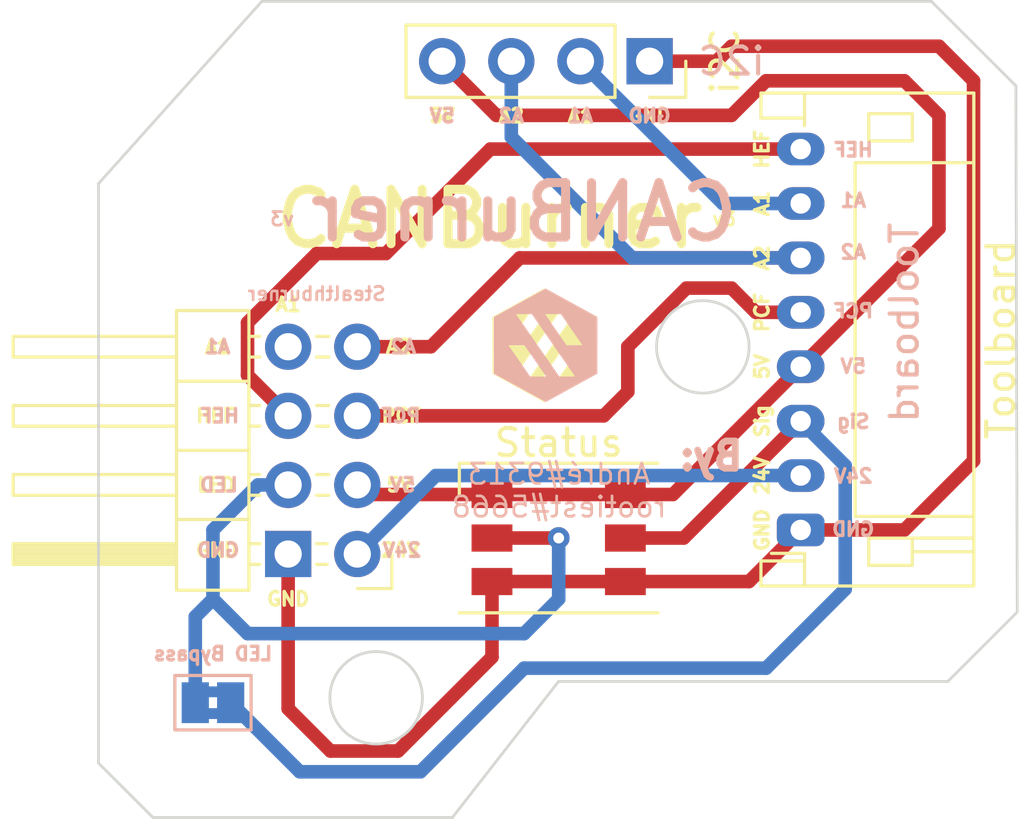
<source format=kicad_pcb>
(kicad_pcb (version 20211014) (generator pcbnew)
  (title_block (title "CanBurner") (date "04.11.2022") (rev "2.0") (comment 2 "rootiest#5668") (comment 3 "André#9313") (comment 4 "By:"))
  (layers (0 "F.Cu" signal) (31 "B.Cu" signal) (34 "B.Paste" user) (35 "F.Paste" user) (36 "B.SilkS" user "B.Silkscreen") (37 "F.SilkS" user "F.Silkscreen") (38 "B.Mask" user) (39 "F.Mask" user) (44 "Edge.Cuts" user))
  (net 0 "")
  (net 1 "/24V")
  (net 2 "/HEF")
  (net 3 "/A1")
  (net 4 "/A2")
  (net 5 "/PCF")
  (net 6 "/Sig")
  (net 7 "/5V")
  (net 8 "/GND")
  (footprint "Connector_PinSocket_2.54mm:PinSocket_1x04_P2.54mm_Vertical" (layer "F.Cu") (at 141.769469 89.450407 -90)
    (fp_text reference "i2C" (at 0 -2.77 -90) (layer "F.SilkS"))
    (fp_text value "i2C Addon" hide)
    (pad "1" thru_hole rect (at 0 0 270) (size 1.7 1.7) (drill 1) (layers *.Cu *.Mask) (net 8 "/GND"))
    (pad "2" thru_hole oval (at 0 2.54 270) (size 1.7 1.7) (drill 1) (layers *.Cu *.Mask) (net 3 "/A1"))
    (pad "3" thru_hole oval (at 0 5.08 270) (size 1.7 1.7) (drill 1) (layers *.Cu *.Mask) (net 4 "/A2"))
    (pad "4" thru_hole oval (at 0 7.62 270) (size 1.7 1.7) (drill 1) (layers *.Cu *.Mask) (net 7 "/5V"))
  )
  (footprint "LED_SMD:LED_WS2812_PLCC6_5.0x5.0mm_P1.6mm" (layer "F.Cu") (at 138.43 106.976814)
    (fp_text reference "Status" (at 0 -3.5) (layer "F.SilkS"))
    (fp_text value "LED_WS2812_PLCC6_5.0x5.0mm_P1.6mm" hide)
    (pad "1" smd rect (at 2.45 -1.6) (size 1.5 1) (layers "F.Cu" "F.Paste" "F.Mask") (net 7 "/5V"))
    (pad "2" smd rect (at 2.45 0) (size 1.5 1) (layers "F.Cu" "F.Paste" "F.Mask") (net 6 "/Sig"))
    (pad "3" smd rect (at 2.45 1.6) (size 1.5 1) (layers "F.Cu" "F.Paste" "F.Mask") (net 8 "/GND"))
    (pad "4" smd rect (at -2.45 1.6) (size 1.5 1) (layers "F.Cu" "F.Paste" "F.Mask") (net 8 "/GND"))
    (pad "5" smd rect (at -2.45 0) (size 1.5 1) (layers "F.Cu" "F.Paste" "F.Mask") (net 6 "/Sig"))
    (pad "6" smd rect (at -2.45 -1.6) (size 1.5 1) (layers "F.Cu" "F.Paste" "F.Mask") (net 7 "/5V"))
  )
  (footprint "LOGO" (layer "F.Cu") (at 125.73 93.98)
    (fp_text reference "G***" hide)
    (fp_text value "LOGO" hide)
  )
  (footprint "Connector_JST:JST_PH_S8B-PH-K_1x08_P2.00mm_Horizontal" (layer "F.Cu") (at 147.32 106.68 90)
    (fp_text reference "Toolboard" (at 7 7.357398 90) (layer "F.SilkS"))
    (fp_text value "JST_PH_S8B-PH-K_1x08_P2.00mm_Horizontal" hide)
    (pad "1" thru_hole roundrect (at 0 0 90) (size 1.2 1.75) (drill 0.75) (layers *.Cu *.Mask) (net 8 "/GND"))
    (pad "2" thru_hole oval (at 2 0 90) (size 1.2 1.75) (drill 0.75) (layers *.Cu *.Mask) (net 1 "/24V"))
    (pad "3" thru_hole oval (at 4 0 90) (size 1.2 1.75) (drill 0.75) (layers *.Cu *.Mask) (net 6 "/Sig"))
    (pad "4" thru_hole oval (at 6 0 90) (size 1.2 1.75) (drill 0.75) (layers *.Cu *.Mask) (net 7 "/5V"))
    (pad "5" thru_hole oval (at 8 0 90) (size 1.2 1.75) (drill 0.75) (layers *.Cu *.Mask) (net 5 "/PCF"))
    (pad "6" thru_hole oval (at 10 0 90) (size 1.2 1.75) (drill 0.75) (layers *.Cu *.Mask) (net 4 "/A2"))
    (pad "7" thru_hole oval (at 12 0 90) (size 1.2 1.75) (drill 0.75) (layers *.Cu *.Mask) (net 3 "/A1"))
    (pad "8" thru_hole oval (at 14 0 90) (size 1.2 1.75) (drill 0.75) (layers *.Cu *.Mask) (net 2 "/HEF"))
  )
  (footprint "Logo:Voron_logo" (layer "F.Cu") (at 137.925 99.85)
    (fp_text reference "G***" hide)
    (fp_text value "LOGO" hide)
  )
  (footprint "Connector_PinHeader_2.54mm:PinHeader_2x04_P2.54mm_Horizontal" (layer "F.Cu") (at 120.411315 99.945026)
    (fp_text reference "Stealthburner" hide)
    (fp_text value "Conn_02x04_Odd_Even" hide)
    (pad "1" thru_hole oval (at 8.08 0 180) (size 1.7 1.7) (drill 1) (layers *.Cu *.Mask) (net 3 "/A1"))
    (pad "2" thru_hole oval (at 10.62 0 180) (size 1.7 1.7) (drill 1) (layers *.Cu *.Mask) (net 4 "/A2"))
    (pad "3" thru_hole oval (at 8.08 2.54 180) (size 1.7 1.7) (drill 1) (layers *.Cu *.Mask) (net 2 "/HEF"))
    (pad "4" thru_hole oval (at 10.62 2.54 180) (size 1.7 1.7) (drill 1) (layers *.Cu *.Mask) (net 5 "/PCF"))
    (pad "5" thru_hole oval (at 8.08 5.08 180) (size 1.7 1.7) (drill 1) (layers *.Cu *.Mask) (net 6 "/Sig"))
    (pad "6" thru_hole oval (at 10.62 5.08 180) (size 1.7 1.7) (drill 1) (layers *.Cu *.Mask) (net 7 "/5V"))
    (pad "7" thru_hole rect (at 8.08 7.62 180) (size 1.7 1.7) (drill 1) (layers *.Cu *.Mask) (net 8 "/GND"))
    (pad "8" thru_hole circle (at 10.62 7.62 180) (size 1.7 1.7) (drill 1) (layers *.Cu *.Mask) (net 1 "/24V"))
  )
  (footprint "Logo:Voron_logo" (layer "B.Cu") (at 137.925 99.85 180)
    (fp_text reference "G***" hide)
    (fp_text value "LOGO" hide)
  )
  (footprint "Jumper:SolderJumper-2_P1.3mm_Bridged2Bar_Pad1.0x1.5mm" (layer "B.Cu") (at 125.73 113.03 180)
    (fp_text reference "LED Bypass" (at 0 1.8) (layer "B.SilkS") (effects (font (size 0.5 0.5)) (justify mirror)))
    (fp_text value "LED Bypass" hide)
    (fp_poly (pts (xy -0.25 -0.2) (xy 0.25 -0.2) (xy 0.25 -0.6) (xy -0.25 -0.6)) (layer "B.Cu") (width 0) (fill solid))
    (fp_poly (pts (xy -0.25 0.6) (xy 0.25 0.6) (xy 0.25 0.2) (xy -0.25 0.2)) (layer "B.Cu") (width 0) (fill solid))
    (pad "1" smd rect (at -0.65 0 180) (size 1 1.5) (layers "B.Cu" "B.Mask") (net 6 "/Sig"))
    (pad "2" smd rect (at 0.65 0 180) (size 1 1.5) (layers "B.Cu" "B.Mask") (net 6 "/Sig"))
  )
  (footprint "LOGO" (layer "B.Cu") (at 128.27 91.44 180)
    (fp_text reference "G***" hide)
    (fp_text value "LOGO" hide)
  )
  (gr_circle (center 131.725 112.85) (end 133.425 112.85) (layer "Edge.Cuts") (width 0.1) (fill none))
  (gr_line (start 123.525 117.25) (end 134.525 117.25) (layer "Edge.Cuts") (width 0.1))
  (gr_line (start 155.275 109.7) (end 152.725 112.25) (layer "Edge.Cuts") (width 0.1))
  (gr_circle (center 143.725 99.95) (end 145.425 99.95) (layer "Edge.Cuts") (width 0.1) (fill none))
  (gr_line (start 152.725 112.25) (end 138.425 112.25) (layer "Edge.Cuts") (width 0.1))
  (gr_line (start 121.525 115.25) (end 121.525 93.95) (layer "Edge.Cuts") (width 0.1))
  (gr_line (start 121.525 93.95) (end 127.525 87.25) (layer "Edge.Cuts") (width 0.1))
  (gr_line (start 155.225 90.35) (end 155.275 109.7) (layer "Edge.Cuts") (width 0.1))
  (gr_line (start 152.125 87.25) (end 155.225 90.35) (layer "Edge.Cuts") (width 0.1))
  (gr_line (start 123.525 117.25) (end 121.525 115.25) (layer "Edge.Cuts") (width 0.1))
  (gr_line (start 127.525 87.25) (end 152.125 87.25) (layer "Edge.Cuts") (width 0.1))
  (gr_line (start 138.425 112.25) (end 134.525 117.25) (layer "Edge.Cuts") (width 0.1))
  (gr_text "24V" (at 132.67381 107.425) (layer "B.SilkS") (effects (font (size 0.5 0.5) (thickness 0.125)) (justify mirror)))
  (gr_text "v3" (at 128.27 95.25) (layer "B.SilkS") (effects (font (size 0.5 0.5) (thickness 0.1)) (justify mirror)))
  (gr_text "HEF" (at 149.25 92.71) (layer "B.SilkS") (effects (font (size 0.5 0.5) (thickness 0.125)) (justify mirror)))
  (gr_text "HEF\n" (at 125.975 102.485026) (layer "B.SilkS") (effects (font (size 0.5 0.5) (thickness 0.125)) (justify mirror)))
  (gr_text "A1" (at 125.9 99.945026) (layer "B.SilkS") (effects (font (size 0.5 0.5) (thickness 0.125)) (justify mirror)))
  (gr_text "i2C" (at 144.78 89.450407) (layer "B.SilkS") (effects (font (size 1 1)) (justify mirror)))
  (gr_text "5V\n" (at 134.149469 91.456581) (layer "B.SilkS") (effects (font (size 0.5 0.5) (thickness 0.125)) (justify mirror)))
  (gr_text "24V" (at 149.25 104.701238) (layer "B.SilkS") (effects (font (size 0.5 0.5) (thickness 0.125)) (justify mirror)))
  (gr_text "GND" (at 149.25 106.653616) (layer "B.SilkS") (effects (font (size 0.5 0.5) (thickness 0.125)) (justify mirror)))
  (gr_text "GND\n" (at 141.769469 91.456581) (layer "B.SilkS") (effects (font (size 0.5 0.5) (thickness 0.125)) (justify mirror)))
  (gr_text "Stealthburner" (at 129.54 98) (layer "B.SilkS") (effects (font (size 0.5 0.5) (thickness 0.1)) (justify mirror)))
  (gr_text "A1" (at 139.229469 91.456581) (layer "B.SilkS") (effects (font (size 0.5 0.5) (thickness 0.125)) (justify mirror)))
  (gr_text "A2\n" (at 132.72381 99.945026) (layer "B.SilkS") (effects (font (size 0.5 0.5) (thickness 0.125)) (justify mirror)))
  (gr_text "Toolboard" (at 151.13 99.06 90) (layer "B.SilkS") (effects (font (size 1 1)) (justify mirror)))
  (gr_text "A2\n" (at 136.689469 91.456581) (layer "B.SilkS") (effects (font (size 0.5 0.5) (thickness 0.125)) (justify mirror)))
  (gr_text "A1" (at 149.25 94.569981) (layer "B.SilkS") (effects (font (size 0.5 0.5) (thickness 0.125)) (justify mirror)))
  (gr_text "5V\n" (at 132.69881 105.025026) (layer "B.SilkS") (effects (font (size 0.5 0.5) (thickness 0.125)) (justify mirror)))
  (gr_text "Sig" (at 149.25 102.696093) (layer "B.SilkS") (effects (font (size 0.5 0.5) (thickness 0.125)) (justify mirror)))
  (gr_text "PCF\n" (at 132.62381 102.485026) (layer "B.SilkS") (effects (font (size 0.5 0.5) (thickness 0.125)) (justify mirror)))
  (gr_text "CANBurner" (at 137.16 95.005) (layer "B.SilkS") (effects (font (size 2 2) (thickness 0.333)) (justify mirror)))
  (gr_text "GND\n" (at 125.925 107.425) (layer "B.SilkS") (effects (font (size 0.5 0.5) (thickness 0.125)) (justify mirror)))
  (gr_text "André#9313\nrootiest#5668\n" (at 138.444076 105.231268) (layer "B.SilkS") (effects (font (size 0.75 0.75) (thickness 0.1)) (justify mirror)))
  (gr_text "PCF" (at 149.25 98.633037) (layer "B.SilkS") (effects (font (size 0.5 0.5) (thickness 0.125)) (justify mirror)))
  (gr_text "5V\n" (at 149.25 100.664565) (layer "B.SilkS") (effects (font (size 0.5 0.5) (thickness 0.125)) (justify mirror)))
  (gr_text "A2" (at 149.25 96.469592) (layer "B.SilkS") (effects (font (size 0.5 0.5) (thickness 0.125)) (justify mirror)))
  (gr_text "LED\n" (at 125.95 105.025026) (layer "B.SilkS") (effects (font (size 0.5 0.5) (thickness 0.125)) (justify mirror)))
  (gr_text "By:\n" (at 144.034076 103.961268) (layer "B.SilkS") (effects (font (size 1 1) (thickness 0.25)) (justify mirror)))
  (gr_text "v3" (at 144.513699 95.25) (layer "F.SilkS") (effects (font (size 0.5 0.5) (thickness 0.1))))
  (gr_text "5V\n" (at 134.149469 91.456581) (layer "F.SilkS") (effects (font (size 0.5 0.5) (thickness 0.125))))
  (gr_text "GND\n" (at 128.491315 109.22) (layer "F.SilkS") (effects (font (size 0.5 0.5) (thickness 0.125))))
  (gr_text "A2\n" (at 136.689469 91.456581) (layer "F.SilkS") (effects (font (size 0.5 0.5) (thickness 0.125))))
  (gr_text "GND" (at 145.9 106.68 90) (layer "F.SilkS") (effects (font (size 0.5 0.5) (thickness 0.125))))
  (gr_text "CANBurner" (at 135.89 95.25) (layer "F.SilkS") (effects (font (size 2 2) (thickness 0.333))))
  (gr_text "GND\n" (at 141.769469 91.456581) (layer "F.SilkS") (effects (font (size 0.5 0.5) (thickness 0.125))))
  (gr_text "PCF\n" (at 132.65 102.485026) (layer "F.SilkS") (effects (font (size 0.5 0.5) (thickness 0.125))))
  (gr_text "LED\n" (at 125.85 105.025026) (layer "F.SilkS") (effects (font (size 0.5 0.5) (thickness 0.125))))
  (gr_text "Sig" (at 145.9 102.680001 90) (layer "F.SilkS") (effects (font (size 0.5 0.5) (thickness 0.125))))
  (gr_text "HEF\n" (at 125.825 102.485026) (layer "F.SilkS") (effects (font (size 0.5 0.5) (thickness 0.125))))
  (gr_text "A1" (at 128.491315 98.39682) (layer "F.SilkS") (effects (font (size 0.5 0.5) (thickness 0.125))))
  (gr_text "5V\n" (at 132.575 105.025026) (layer "F.SilkS") (effects (font (size 0.5 0.5) (thickness 0.125))))
  (gr_text "24V" (at 145.9 104.68 90) (layer "F.SilkS") (effects (font (size 0.5 0.5) (thickness 0.125))))
  (gr_text "HEF" (at 145.9 92.68 90) (layer "F.SilkS") (effects (font (size 0.5 0.5) (thickness 0.125))))
  (gr_text "A1" (at 125.9 99.945026) (layer "F.SilkS") (effects (font (size 0.5 0.5) (thickness 0.125))))
  (gr_text "5V\n" (at 145.9 100.68 90) (layer "F.SilkS") (effects (font (size 0.5 0.5) (thickness 0.125))))
  (gr_text "24V" (at 132.6 107.425) (layer "F.SilkS") (effects (font (size 0.5 0.5) (thickness 0.125))))
  (gr_text "A1" (at 145.9 94.68 90) (layer "F.SilkS") (effects (font (size 0.5 0.5) (thickness 0.125))))
  (gr_text "GND\n" (at 125.875 107.425) (layer "F.SilkS") (effects (font (size 0.5 0.5) (thickness 0.125))))
  (gr_text "A2\n" (at 132.55 99.945026) (layer "F.SilkS") (effects (font (size 0.5 0.5) (thickness 0.125))))
  (gr_text "A1" (at 139.229469 91.456581) (layer "F.SilkS") (effects (font (size 0.5 0.5) (thickness 0.125))))
  (gr_text "PCF" (at 145.9 98.680001 90) (layer "F.SilkS") (effects (font (size 0.5 0.5) (thickness 0.125))))
  (gr_text "A2" (at 145.9 96.68 90) (layer "F.SilkS") (effects (font (size 0.5 0.5) (thickness 0.125))))
  (segment (start 147.32 104.68) (end 133.916341 104.68) (width 0.5) (layer "B.Cu") (net 1))
  (segment (start 133.916341 104.68) (end 131.031315 107.565026) (width 0.5) (layer "B.Cu") (net 1))
  (segment (start 135.92 92.68) (end 132.08 96.52) (width 0.5) (layer "F.Cu") (net 2))
  (segment (start 127 99.06) (end 127 100.993711) (width 0.5) (layer "F.Cu") (net 2))
  (segment (start 129.54 96.52) (end 127 99.06) (width 0.5) (layer "F.Cu") (net 2))
  (segment (start 147.32 92.68) (end 135.92 92.68) (width 0.5) (layer "F.Cu") (net 2))
  (segment (start 132.08 96.52) (end 129.54 96.52) (width 0.5) (layer "F.Cu") (net 2))
  (segment (start 127 100.993711) (end 128.491315 102.485026) (width 0.5) (layer "F.Cu") (net 2))
  (segment (start 144.459062 94.68) (end 139.229469 89.450407) (width 0.5) (layer "B.Cu") (net 3))
  (segment (start 147.32 94.68) (end 144.459062 94.68) (width 0.5) (layer "B.Cu") (net 3))
  (segment (start 147.32 96.68) (end 137 96.68) (width 0.5) (layer "F.Cu") (net 4))
  (segment (start 137 96.68) (end 133.734974 99.945026) (width 0.5) (layer "F.Cu") (net 4))
  (segment (start 133.734974 99.945026) (end 131.031315 99.945026) (width 0.5) (layer "F.Cu") (net 4))
  (segment (start 136.689469 92.239469) (end 136.689469 89.450407) (width 0.5) (layer "B.Cu") (net 4))
  (segment (start 147.32 96.68) (end 141.13 96.68) (width 0.5) (layer "B.Cu") (net 4))
  (segment (start 141.13 96.68) (end 136.689469 92.239469) (width 0.5) (layer "B.Cu") (net 4))
  (segment (start 147.32 98.68) (end 145.67 98.68) (width 0.5) (layer "F.Cu") (net 5))
  (segment (start 145.67 98.68) (end 144.78 97.79) (width 0.5) (layer "F.Cu") (net 5))
  (segment (start 140.084974 102.485026) (end 131.031315 102.485026) (width 0.5) (layer "F.Cu") (net 5))
  (segment (start 140.97 99.942549) (end 140.97 101.6) (width 0.5) (layer "F.Cu") (net 5))
  (segment (start 140.97 101.6) (end 140.084974 102.485026) (width 0.5) (layer "F.Cu") (net 5))
  (segment (start 144.78 97.79) (end 143.122549 97.79) (width 0.5) (layer "F.Cu") (net 5))
  (segment (start 143.122549 97.79) (end 140.97 99.942549) (width 0.5) (layer "F.Cu") (net 5))
  (segment (start 147.32 102.68) (end 143.023186 106.976814) (width 0.5) (layer "F.Cu") (net 6))
  (segment (start 135.98 106.976814) (end 138.43 106.976814) (width 0.5) (layer "F.Cu") (net 6))
  (segment (start 143.023186 106.976814) (end 140.88 106.976814) (width 0.5) (layer "F.Cu") (net 6))
  (via blind (at 138.43 106.976814) (size 0.8) (drill 0.4) (layers "F.Cu" "B.Cu") (remove_unused_layers) (net 6))
  (segment (start 148.956443 104.316443) (end 148.956443 108.853557) (width 0.5) (layer "B.Cu") (net 6))
  (segment (start 125.73 106.68) (end 127.384974 105.025026) (width 0.5) (layer "B.Cu") (net 6))
  (segment (start 148.956443 108.853557) (end 146.05 111.76) (width 0.5) (layer "B.Cu") (net 6))
  (segment (start 147.32 102.68) (end 148.956443 104.316443) (width 0.5) (layer "B.Cu") (net 6))
  (segment (start 127 110.49) (end 125.73 109.22) (width 0.5) (layer "B.Cu") (net 6))
  (segment (start 146.05 111.76) (end 137.16 111.76) (width 0.5) (layer "B.Cu") (net 6))
  (segment (start 137.16 110.49) (end 127 110.49) (width 0.5) (layer "B.Cu") (net 6))
  (segment (start 137.16 111.76) (end 133.35 115.57) (width 0.5) (layer "B.Cu") (net 6))
  (segment (start 125.08 109.87) (end 125.73 109.22) (width 0.5) (layer "B.Cu") (net 6))
  (segment (start 133.35 115.57) (end 128.92 115.57) (width 0.5) (layer "B.Cu") (net 6))
  (segment (start 128.92 115.57) (end 126.38 113.03) (width 0.5) (layer "B.Cu") (net 6))
  (segment (start 127.384974 105.025026) (end 128.491315 105.025026) (width 0.5) (layer "B.Cu") (net 6))
  (segment (start 138.43 109.22) (end 137.16 110.49) (width 0.5) (layer "B.Cu") (net 6))
  (segment (start 125.73 109.22) (end 125.73 106.68) (width 0.5) (layer "B.Cu") (net 6))
  (segment (start 125.08 113.03) (end 125.08 109.87) (width 0.5) (layer "B.Cu") (net 6))
  (segment (start 138.43 106.976814) (end 138.43 109.22) (width 0.5) (layer "B.Cu") (net 6))
  (segment (start 131.383103 105.376814) (end 131.031315 105.025026) (width 0.5) (layer "F.Cu") (net 7))
  (segment (start 152.4 95.6) (end 152.4 91.44) (width 0.5) (layer "F.Cu") (net 7))
  (segment (start 146.05 90.17) (end 144.78 91.44) (width 0.5) (layer "F.Cu") (net 7))
  (segment (start 140.88 105.376814) (end 135.98 105.376814) (width 0.5) (layer "F.Cu") (net 7))
  (segment (start 147.32 100.68) (end 142.623186 105.376814) (width 0.5) (layer "F.Cu") (net 7))
  (segment (start 152.4 91.44) (end 151.13 90.17) (width 0.5) (layer "F.Cu") (net 7))
  (segment (start 147.32 100.68) (end 152.4 95.6) (width 0.5) (layer "F.Cu") (net 7))
  (segment (start 136.139062 91.44) (end 134.149469 89.450407) (width 0.5) (layer "F.Cu") (net 7))
  (segment (start 151.13 90.17) (end 146.05 90.17) (width 0.5) (layer "F.Cu") (net 7))
  (segment (start 135.98 105.376814) (end 131.383103 105.376814) (width 0.5) (layer "F.Cu") (net 7))
  (segment (start 142.623186 105.376814) (end 140.88 105.376814) (width 0.5) (layer "F.Cu") (net 7))
  (segment (start 144.78 91.44) (end 136.139062 91.44) (width 0.5) (layer "F.Cu") (net 7))
  (segment (start 151.13 106.68) (end 153.67 104.14) (width 0.5) (layer "F.Cu") (net 8))
  (segment (start 128.491315 113.251315) (end 128.491315 107.565026) (width 0.5) (layer "F.Cu") (net 8))
  (segment (start 152.4 88.9) (end 144.78 88.9) (width 0.5) (layer "F.Cu") (net 8))
  (segment (start 145.423186 108.576814) (end 140.88 108.576814) (width 0.5) (layer "F.Cu") (net 8))
  (segment (start 135.98 108.576814) (end 135.98 111.35502) (width 0.5) (layer "F.Cu") (net 8))
  (segment (start 147.32 106.68) (end 145.423186 108.576814) (width 0.5) (layer "F.Cu") (net 8))
  (segment (start 144.229593 89.450407) (end 141.769469 89.450407) (width 0.5) (layer "F.Cu") (net 8))
  (segment (start 130.046412 114.806412) (end 128.491315 113.251315) (width 0.5) (layer "F.Cu") (net 8))
  (segment (start 135.98 111.35502) (end 132.528608 114.806412) (width 0.5) (layer "F.Cu") (net 8))
  (segment (start 142.319876 88.9) (end 141.769469 89.450407) (width 0.5) (layer "F.Cu") (net 8))
  (segment (start 147.32 106.68) (end 151.13 106.68) (width 0.5) (layer "F.Cu") (net 8))
  (segment (start 132.528608 114.806412) (end 130.046412 114.806412) (width 0.5) (layer "F.Cu") (net 8))
  (segment (start 140.88 108.576814) (end 135.98 108.576814) (width 0.5) (layer "F.Cu") (net 8))
  (segment (start 153.67 104.14) (end 153.67 90.17) (width 0.5) (layer "F.Cu") (net 8))
  (segment (start 153.67 90.17) (end 152.4 88.9) (width 0.5) (layer "F.Cu") (net 8))
  (segment (start 144.78 88.9) (end 144.229593 89.450407) (width 0.5) (layer "F.Cu") (net 8))
)
</source>
